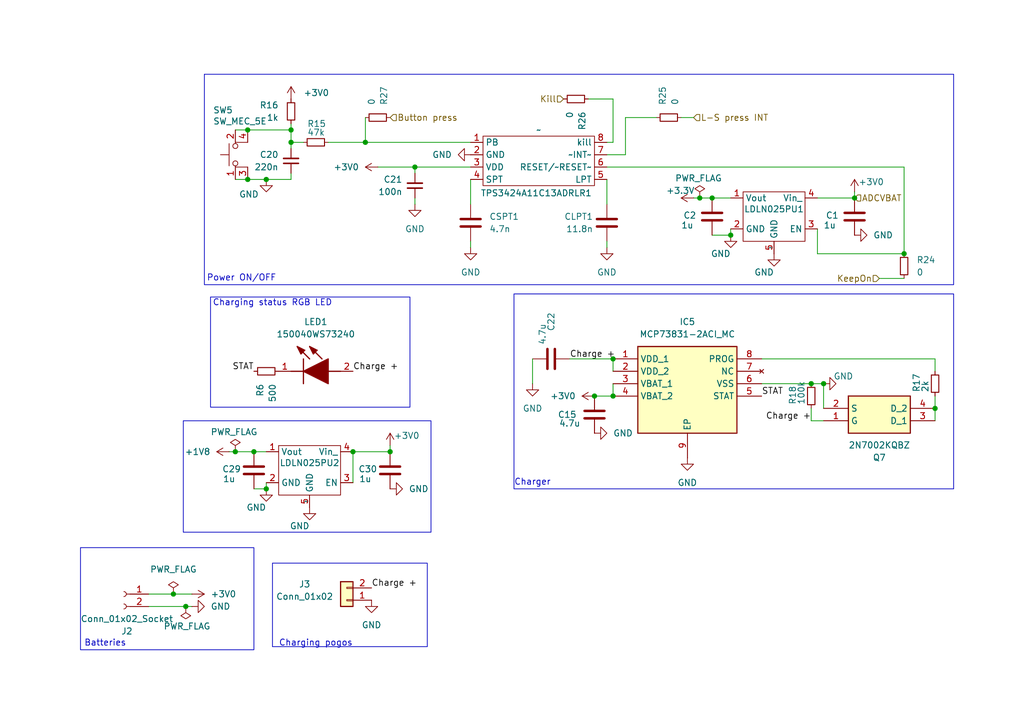
<source format=kicad_sch>
(kicad_sch (version 20250114) (generator "eeschema") (generator_version "9.0")
  (paper "A5")
  (lib_symbols
    (symbol "Connector:Conn_01x02_Socket" (pin_names (offset 1.016) (hide yes))
      (property "Reference" "J" (at 0 2.54 0))
      (property "Value" "Conn_01x02_Socket" (at 0 -5.08 0))
      (symbol "Conn_01x02_Socket_1_1"
        (polyline (pts (xy -1.27 0) (xy -0.508 0)) (stroke (width 0.1524)))
        (polyline (pts (xy -1.27 -2.54) (xy -0.508 -2.54)) (stroke (width 0.1524)))
        (arc (start 0 -0.508) (mid -0.5058 0) (end 0 0.508) (stroke (width 0.1524)))
        (arc (start 0 -3.048) (mid -0.5058 -2.54) (end 0 -2.032) (stroke (width 0.1524)))
        (pin passive line (at -5.08 0 0) (length 3.81) (name "Pin_1") (number "1"))
        (pin passive line (at -5.08 -2.54 0) (length 3.81) (name "Pin_2") (number "2"))
      )
    )
    (symbol "Connector_Generic:Conn_01x02" (pin_names (offset 1.016) (hide yes))
      (property "Reference" "J" (at 0 2.54 0))
      (property "Value" "Conn_01x02" (at 0 -5.08 0))
      (symbol "Conn_01x02_1_1"
        (rectangle (start -1.27 1.27) (end 1.27 -3.81) (stroke (width 0.254)) (fill (type background)))
        (rectangle (start -1.27 0.127) (end 0 -0.127) (stroke (width 0.1524)))
        (rectangle (start -1.27 -2.413) (end 0 -2.667) (stroke (width 0.1524)))
        (pin passive line (at -5.08 0 0) (length 3.81) (name "Pin_1") (number "1"))
        (pin passive line (at -5.08 -2.54 0) (length 3.81) (name "Pin_2") (number "2"))
      )
    )
    (symbol "Device:C" (pin_numbers (hide yes)) (pin_names (offset 0.254))
      (property "Reference" "C" (at 0.635 2.54 0))
      (property "Value" "C" (at 0.635 -2.54 0))
      (symbol "C_0_1"
        (polyline (pts (xy -2.032 0.762) (xy 2.032 0.762)) (stroke (width 0.508)))
        (polyline (pts (xy -2.032 -0.762) (xy 2.032 -0.762)) (stroke (width 0.508)))
      )
      (symbol "C_1_1"
        (pin passive line (at 0 3.81 270) (length 2.794) (name "~") (number "1"))
        (pin passive line (at 0 -3.81 90) (length 2.794) (name "~") (number "2"))
      )
    )
    (symbol "Device:C_Small" (pin_numbers (hide yes)) (pin_names (offset 0.254) (hide yes))
      (property "Reference" "C" (at 0.254 1.778 0))
      (property "Value" "C_Small" (at 0.254 -2.032 0))
      (symbol "C_Small_0_1"
        (polyline (pts (xy -1.524 0.508) (xy 1.524 0.508)) (stroke (width 0.3048)))
        (polyline (pts (xy -1.524 -0.508) (xy 1.524 -0.508)) (stroke (width 0.3302)))
      )
      (symbol "C_Small_1_1"
        (pin passive line (at 0 2.54 270) (length 2.032) (name "~") (number "1"))
        (pin passive line (at 0 -2.54 90) (length 2.032) (name "~") (number "2"))
      )
    )
    (symbol "Device:R_Small" (pin_numbers (hide yes)) (pin_names (offset 0.254) (hide yes))
      (property "Reference" "R" (at 0.762 0.508 0))
      (property "Value" "R_Small" (at 0.762 -1.016 0))
      (symbol "R_Small_0_1"
        (rectangle (start -0.762 1.778) (end 0.762 -1.778) (stroke (width 0.2032)))
      )
      (symbol "R_Small_1_1"
        (pin passive line (at 0 2.54 270) (length 0.762) (name "~") (number "1"))
        (pin passive line (at 0 -2.54 90) (length 0.762) (name "~") (number "2"))
      )
    )
    (symbol "SamacSys_Parts:150040WS73240" (pin_names (hide yes))
      (property "Reference" "LED" (at 12.7 8.89 0))
      (property "Value" "150040WS73240" (at 12.7 6.35 0))
      (symbol "150040WS73240_1_1"
        (polyline (pts (xy 2.54 0) (xy 5.08 0)) (stroke (width 0.254)))
        (polyline (pts (xy 5.08 2.54) (xy 5.08 -2.54)) (stroke (width 0.254)))
        (polyline (pts (xy 5.08 0) (xy 10.16 2.54) (xy 10.16 -2.54) (xy 5.08 0)) (stroke (width 0.254)) (fill (type outline)))
        (polyline (pts (xy 5.334 4.318) (xy 4.572 3.556) (xy 3.81 5.08) (xy 5.334 4.318)) (stroke (width 0.254)) (fill (type outline)))
        (polyline (pts (xy 6.35 2.54) (xy 3.81 5.08)) (stroke (width 0.254)))
        (polyline (pts (xy 7.874 4.318) (xy 7.112 3.556) (xy 6.35 5.08) (xy 7.874 4.318)) (stroke (width 0.254)) (fill (type outline)))
        (polyline (pts (xy 8.89 2.54) (xy 6.35 5.08)) (stroke (width 0.254)))
        (polyline (pts (xy 10.16 0) (xy 12.7 0)) (stroke (width 0.254)))
        (pin passive line (at 0 0 0) (length 2.54) (name "K") (number "1"))
        (pin passive line (at 15.24 0 180) (length 2.54) (name "A") (number "2"))
      )
    )
    (symbol "SamacSys_Parts:2N7002KQBZ"
      (property "Reference" "Q" (at 19.05 7.62 0))
      (property "Value" "2N7002KQBZ" (at 19.05 5.08 0))
      (symbol "2N7002KQBZ_1_1"
        (rectangle (start 5.08 2.54) (end 17.78 -5.08) (stroke (width 0.254)) (fill (type background)))
        (pin passive line (at 0 0 0) (length 5.08) (name "G") (number "1"))
        (pin passive line (at 0 -2.54 0) (length 5.08) (name "S") (number "2"))
        (pin passive line (at 22.86 0 180) (length 5.08) (name "D_1") (number "3"))
        (pin passive line (at 22.86 -2.54 180) (length 5.08) (name "D_2") (number "4"))
      )
    )
    (symbol "SamacSys_Parts:LDLN025PU33R"
      (property "Reference" "LDLN025PU1" (at 0 -1.524 0))
      (property "Value" "~" (at 0.635 6.35 0))
      (symbol "LDLN025PU33R_1_1"
        (rectangle (start -6.35 5.08) (end 6.35 -5.08))
        (pin passive line (at -8.89 2.54 0) (length 2.54) (name "EN") (number "3"))
        (pin passive line (at -8.89 -3.81 0) (length 2.54) (name "Vin_") (number "4"))
        (pin passive line (at 0 7.62 270) (length 2.54) (name "GND") (number "5"))
        (pin passive line (at 8.89 2.54 180) (length 2.54) (name "GND") (number "2"))
        (pin passive line (at 8.89 -3.81 180) (length 2.54) (name "Vout") (number "1"))
      )
    )
    (symbol "SamacSys_Parts:MCP73831-2ACI_MC"
      (property "Reference" "IC" (at 26.67 7.62 0))
      (property "Value" "MCP73831-2ACI_MC" (at 26.67 5.08 0))
      (symbol "MCP73831-2ACI_MC_1_1"
        (rectangle (start 5.08 2.54) (end 25.4 -15.24) (stroke (width 0.254)) (fill (type background)))
        (pin passive line (at 0 0 0) (length 5.08) (name "VDD_1") (number "1"))
        (pin passive line (at 0 -2.54 0) (length 5.08) (name "VDD_2") (number "2"))
        (pin passive line (at 0 -5.08 0) (length 5.08) (name "VBAT_1") (number "3"))
        (pin passive line (at 0 -7.62 0) (length 5.08) (name "VBAT_2") (number "4"))
        (pin passive line (at 15.24 -20.32 90) (length 5.08) (name "EP") (number "9"))
        (pin passive line (at 30.48 0 180) (length 5.08) (name "PROG") (number "8"))
        (pin no_connect line (at 30.48 -2.54 180) (length 5.08) (name "NC") (number "7"))
        (pin passive line (at 30.48 -5.08 180) (length 5.08) (name "VSS") (number "6"))
        (pin passive line (at 30.48 -7.62 180) (length 5.08) (name "STAT") (number "5"))
      )
    )
    (symbol "SamacSys_Parts:TPS3424-8"
      (property "Reference" "TPS3424-8" (at 8.89 4.064 0))
      (symbol "TPS3424-8_0_1"
        (rectangle (start -2.54 5.08) (end 20.32 -5.08))
      )
      (symbol "TPS3424-8_1_1"
        (pin passive line (at -5.08 3.81 0) (length 2.54) (name "PB") (number "1"))
        (pin passive line (at -5.08 1.27 0) (length 2.54) (name "GND") (number "2"))
        (pin passive line (at -5.08 -1.27 0) (length 2.54) (name "VDD") (number "3"))
        (pin passive line (at -5.08 -3.81 0) (length 2.54) (name "SPT") (number "4"))
        (pin passive line (at 22.86 3.81 180) (length 2.54) (name "kill") (number "8"))
        (pin passive line (at 22.86 1.27 180) (length 2.54) (name "~INT~") (number "7"))
        (pin passive line (at 22.86 -1.27 180) (length 2.54) (name "RESET/~RESET~") (number "6"))
        (pin passive line (at 22.86 -3.81 180) (length 2.54) (name "LPT") (number "5"))
      )
    )
    (symbol "Switch:SW_MEC_5E" (pin_names (offset 1.016) (hide yes))
      (property "Reference" "SW5" (at 2.032 -1.27 90))
      (property "Value" "SW_MEC_5E" (at 0 2.794 90))
      (symbol "SW_MEC_5E_0_1"
        (polyline (pts (xy -2.54 0) (xy -2.54 2.54) (xy -2.286 2.54)))
        (polyline (pts (xy -2.286 3.81) (xy 2.286 3.81)))
        (circle (center -1.778 2.54) (radius 0.508))
        (polyline (pts (xy 0 3.81) (xy 0 5.588)))
        (circle (center 1.778 2.54) (radius 0.508))
        (polyline (pts (xy 2.54 0) (xy 2.54 2.54) (xy 2.286 2.54)))
        (pin passive line (at -5.08 2.54 0) (length 2.54) (name "1") (number "1"))
      )
      (symbol "SW_MEC_5E_1_1"
        (pin passive line (at -5.08 0 0) (length 2.54) (name "3") (number "3"))
        (pin passive line (at 5.08 2.54 180) (length 2.54) (name "2") (number "2"))
        (pin passive line (at 5.08 0 180) (length 2.54) (name "4") (number "4"))
      )
    )
    (symbol "power:+1V8" (power) (pin_numbers (hide yes)) (pin_names (offset 0) (hide yes))
      (property "Value" "+1V8" (at 0 3.556 0))
      (symbol "+1V8_0_1"
        (polyline (pts (xy -0.762 1.27) (xy 0 2.54)))
        (polyline (pts (xy 0 2.54) (xy 0.762 1.27)))
        (polyline (pts (xy 0 0) (xy 0 2.54)))
      )
      (symbol "+1V8_1_1"
        (pin power_in line (at 0 0 90) (length 0) (name "~") (number "1"))
      )
    )
    (symbol "power:+3.3V" (power) (pin_numbers (hide yes)) (pin_names (offset 0) (hide yes))
      (property "Value" "+3.3V" (at 0 3.556 0))
      (symbol "+3.3V_0_1"
        (polyline (pts (xy -0.762 1.27) (xy 0 2.54)))
        (polyline (pts (xy 0 2.54) (xy 0.762 1.27)))
        (polyline (pts (xy 0 0) (xy 0 2.54)))
      )
      (symbol "+3.3V_1_1"
        (pin power_in line (at 0 0 90) (length 0) (name "~") (number "1"))
      )
    )
    (symbol "power:+3V0" (power) (pin_numbers (hide yes)) (pin_names (offset 0) (hide yes))
      (property "Value" "+3V0" (at 0 3.556 0))
      (symbol "+3V0_0_1"
        (polyline (pts (xy -0.762 1.27) (xy 0 2.54)))
        (polyline (pts (xy 0 2.54) (xy 0.762 1.27)))
        (polyline (pts (xy 0 0) (xy 0 2.54)))
      )
      (symbol "+3V0_1_1"
        (pin power_in line (at 0 0 90) (length 0) (name "~") (number "1"))
      )
    )
    (symbol "power:GND" (power) (pin_numbers (hide yes)) (pin_names (offset 0) (hide yes))
      (property "Value" "GND" (at 0 -3.81 0))
      (symbol "GND_0_1"
        (polyline (pts (xy 0 0) (xy 0 -1.27) (xy 1.27 -1.27) (xy 0 -2.54) (xy -1.27 -1.27) (xy 0 -1.27)))
      )
      (symbol "GND_1_1"
        (pin power_in line (at 0 0 270) (length 0) (name "~") (number "1"))
      )
    )
    (symbol "power:PWR_FLAG" (power) (pin_numbers (hide yes)) (pin_names (offset 0) (hide yes))
      (property "Value" "PWR_FLAG" (at 0 3.81 0))
      (symbol "PWR_FLAG_0_0"
        (pin power_out line (at 0 0 90) (length 0) (name "~") (number "1"))
      )
      (symbol "PWR_FLAG_0_1"
        (polyline (pts (xy 0 0) (xy 0 1.27) (xy -1.016 1.905) (xy 0 2.54) (xy 1.016 1.905) (xy 0 1.27)))
      )
    )
  )
  (rectangle (start 55.88 115.57) (end 87.63 132.715))
  (rectangle (start 37.592 86.36) (end 88.392 109.22))
  (rectangle (start 43.18 60.96) (end 84.074 83.566))
  (rectangle (start 41.91 15.24) (end 195.58 58.42))
  (rectangle (start 105.41 60.325) (end 195.58 100.33))
  (rectangle (start 16.51 112.395) (end 52.07 133.35))
  (text "Charging pogos" (at 64.77 132.08 0) (effects (font (size 1.27 1.27))))
  (text "Charging status RGB LED" (at 55.88 62.23 0) (effects (font (size 1.27 1.27))))
  (text "Charger" (at 109.22 99.06 0) (effects (font (size 1.27 1.27))))
  (text "Batteries" (at 21.59 132.08 0) (effects (font (size 1.27 1.27))))
  (text "Power ON/OFF" (at 49.53 57.15 0) (effects (font (size 1.27 1.27))))
  (junction (at 146.05 40.64))
  (junction (at 121.92 81.28))
  (junction (at 50.8 26.67))
  (junction (at 48.26 92.71))
  (junction (at 59.69 26.67))
  (junction (at 149.86 48.26))
  (junction (at 191.77 83.82))
  (junction (at 54.61 36.83))
  (junction (at 175.26 40.64))
  (junction (at 125.73 73.66))
  (junction (at 166.37 78.74))
  (junction (at 74.93 29.21))
  (junction (at 80.01 92.71))
  (junction (at 185.42 52.07))
  (junction (at 59.69 29.21))
  (junction (at 85.09 34.29))
  (junction (at 54.61 100.33))
  (junction (at 35.56 121.92))
  (junction (at 52.07 92.71))
  (junction (at 72.39 92.71))
  (junction (at 38.1 124.46))
  (junction (at 143.51 40.64))
  (junction (at 125.73 81.28))
  (junction (at 50.8 36.83))
  (junction (at 168.91 78.74))
  (wire (pts (xy 50.8 36.83) (xy 54.61 36.83)))
  (wire (pts (xy 124.46 41.91) (xy 124.46 36.83)))
  (wire (pts (xy 128.27 31.75) (xy 124.46 31.75)))
  (wire (pts (xy 139.7 24.13) (xy 142.24 24.13)))
  (wire (pts (xy 80.01 92.71) (xy 80.01 91.44)))
  (wire (pts (xy 124.46 34.29) (xy 185.42 34.29)))
  (wire (pts (xy 77.47 34.29) (xy 85.09 34.29)))
  (wire (pts (xy 72.39 92.71) (xy 80.01 92.71)))
  (wire (pts (xy 48.26 36.83) (xy 50.8 36.83)))
  (wire (pts (xy 48.26 26.67) (xy 50.8 26.67)))
  (wire (pts (xy 39.37 124.46) (xy 38.1 124.46)))
  (wire (pts (xy 85.09 34.29) (xy 85.09 35.56)))
  (wire (pts (xy 146.05 48.26) (xy 149.86 48.26)))
  (wire (pts (xy 96.52 50.8) (xy 96.52 49.53)))
  (wire (pts (xy 146.05 40.64) (xy 149.86 40.64)))
  (wire (pts (xy 167.64 40.64) (xy 175.26 40.64)))
  (wire (pts (xy 48.26 92.71) (xy 52.07 92.71)))
  (wire (pts (xy 180.34 57.15) (xy 185.42 57.15)))
  (wire (pts (xy 175.26 40.64) (xy 175.26 39.37)))
  (wire (pts (xy 52.07 100.33) (xy 54.61 100.33)))
  (wire (pts (xy 121.92 81.28) (xy 125.73 81.28)))
  (wire (pts (xy 149.86 48.26) (xy 149.86 46.99)))
  (wire (pts (xy 59.69 26.67) (xy 59.69 29.21)))
  (wire (pts (xy 191.77 73.66) (xy 156.21 73.66)))
  (wire (pts (xy 54.61 100.33) (xy 54.61 99.06)))
  (wire (pts (xy 67.31 29.21) (xy 74.93 29.21)))
  (wire (pts (xy 128.27 24.13) (xy 128.27 31.75)))
  (wire (pts (xy 191.77 81.28) (xy 191.77 83.82)))
  (wire (pts (xy 185.42 34.29) (xy 185.42 52.07)))
  (wire (pts (xy 156.21 78.74) (xy 166.37 78.74)))
  (wire (pts (xy 30.48 124.46) (xy 38.1 124.46)))
  (wire (pts (xy 116.84 73.66) (xy 125.73 73.66)))
  (wire (pts (xy 96.52 41.91) (xy 96.52 36.83)))
  (wire (pts (xy 30.48 121.92) (xy 35.56 121.92)))
  (wire (pts (xy 191.77 76.2) (xy 191.77 73.66)))
  (wire (pts (xy 167.64 52.07) (xy 185.42 52.07)))
  (wire (pts (xy 166.37 83.82) (xy 166.37 86.36)))
  (wire (pts (xy 52.07 92.71) (xy 54.61 92.71)))
  (wire (pts (xy 168.91 78.74) (xy 168.91 83.82)))
  (wire (pts (xy 59.69 35.56) (xy 59.69 36.83)))
  (wire (pts (xy 125.73 78.74) (xy 125.73 81.28)))
  (wire (pts (xy 85.09 41.91) (xy 85.09 40.64)))
  (wire (pts (xy 46.99 92.71) (xy 48.26 92.71)))
  (wire (pts (xy 142.24 40.64) (xy 143.51 40.64)))
  (wire (pts (xy 72.39 92.71) (xy 72.39 99.06)))
  (wire (pts (xy 125.73 29.21) (xy 124.46 29.21)))
  (wire (pts (xy 143.51 40.64) (xy 146.05 40.64)))
  (wire (pts (xy 35.56 121.92) (xy 39.37 121.92)))
  (wire (pts (xy 85.09 34.29) (xy 96.52 34.29)))
  (wire (pts (xy 166.37 78.74) (xy 168.91 78.74)))
  (wire (pts (xy 166.37 86.36) (xy 168.91 86.36)))
  (wire (pts (xy 191.77 83.82) (xy 191.77 86.36)))
  (wire (pts (xy 125.73 20.32) (xy 125.73 29.21)))
  (wire (pts (xy 167.64 52.07) (xy 167.64 46.99)))
  (wire (pts (xy 54.61 36.83) (xy 59.69 36.83)))
  (wire (pts (xy 109.22 73.66) (xy 109.22 78.74)))
  (wire (pts (xy 120.65 20.32) (xy 125.73 20.32)))
  (wire (pts (xy 59.69 25.4) (xy 59.69 26.67)))
  (wire (pts (xy 59.69 29.21) (xy 59.69 30.48)))
  (wire (pts (xy 128.27 24.13) (xy 134.62 24.13)))
  (wire (pts (xy 59.69 29.21) (xy 62.23 29.21)))
  (wire (pts (xy 74.93 24.13) (xy 74.93 29.21)))
  (wire (pts (xy 124.46 50.8) (xy 124.46 49.53)))
  (wire (pts (xy 125.73 73.66) (xy 125.73 76.2)))
  (wire (pts (xy 50.8 26.67) (xy 59.69 26.67)))
  (wire (pts (xy 74.93 29.21) (xy 96.52 29.21)))
  (label "Charge +" (at 76.2 120.65 0))
  (label "Charge +" (at 166.37 86.36 180))
  (label "STAT" (at 156.21 81.28 0))
  (label "Charge +" (at 116.84 73.66 0))
  (label "Charge +" (at 72.39 76.2 0))
  (label "STAT" (at 52.07 76.2 180))
  (hierarchical_label "Kill" (shape input) (at 115.57 20.32 180))
  (hierarchical_label "ADCVBAT" (shape input) (at 175.26 40.64 0))
  (hierarchical_label "L-S press INT" (shape input) (at 142.24 24.13 0))
  (hierarchical_label "Button press" (shape input) (at 80.01 24.13 0))
  (hierarchical_label "KeepOn" (shape input) (at 180.34 57.15 180))
  (symbol (lib_id "Device:R_Small") (at 64.77 29.21 90) (mirror x) (unit 1)
    (property "Reference" "R15" (at 62.992 25.4 90) (effects (justify right)))
    (property "Value" "47k" (at 62.992 27.178 90) (effects (justify right)))
    (property "Footprint" "Resistor_SMD:R_0201_0603Metric" (effects (hide yes)))
    (property "Description" "Resistor, small symbol" (effects (hide yes)))
  )
  (symbol (lib_id "power:PWR_FLAG") (at 38.1 124.46 0) (mirror x) (unit 1)
    (property "Reference" "#FLG03" (effects (hide yes)))
    (property "Value" "PWR_FLAG" (at 33.528 128.524 0) (effects (justify left)))
    (property "Description" "Special symbol for telling ERC where power comes from" (effects (hide yes)))
  )
  (symbol (lib_id "power:GND") (at 80.01 100.33 90) (unit 1)
    (property "Reference" "#PWR075" (effects (hide yes)))
    (property "Value" "GND" (at 83.82 100.3301 90) (effects (justify right)))
    (property "Description" "Power symbol creates a global label with name \"GND\" , ground" (effects (hide yes)))
  )
  (symbol (lib_id "Device:R_Small") (at 54.61 76.2 90) (unit 1)
    (property "Reference" "R6" (at 53.3399 78.74 0) (effects (justify right)))
    (property "Value" "500" (at 55.8799 78.74 0) (effects (justify right)))
    (property "Footprint" "Resistor_SMD:R_0201_0603Metric" (effects (hide yes)))
    (property "Description" "Resistor, small symbol" (effects (hide yes)))
  )
  (symbol (lib_id "power:GND") (at 121.92 88.9 90) (unit 1)
    (property "Reference" "#PWR030" (effects (hide yes)))
    (property "Value" "GND" (at 125.73 88.8999 90) (effects (justify right)))
    (property "Description" "Power symbol creates a global label with name \"GND\" , ground" (effects (hide yes)))
  )
  (symbol (lib_id "Device:R_Small") (at 137.16 24.13 90) (mirror x) (unit 1)
    (property "Reference" "R25" (at 135.8899 21.59 0) (effects (justify right)))
    (property "Value" "0" (at 138.4299 21.59 0) (effects (justify right)))
    (property "Footprint" "Resistor_SMD:R_0201_0603Metric" (effects (hide yes)))
    (property "Description" "Resistor, small symbol" (effects (hide yes)))
  )
  (symbol (lib_id "Device:C") (at 146.05 44.45 0) (mirror y) (unit 1)
    (property "Reference" "C2" (at 141.478 44.196 0))
    (property "Value" "1u" (at 140.97 46.228 0))
    (property "Footprint" "Capacitor_SMD:C_0402_1005Metric" (effects (hide yes)))
    (property "Description" "Unpolarized capacitor" (effects (hide yes)))
  )
  (symbol (lib_id "Device:R_Small") (at 166.37 81.28 0) (mirror x) (unit 1)
    (property "Reference" "R18" (at 162.56 83.058 90) (effects (justify right)))
    (property "Value" "100k" (at 164.338 83.058 90) (effects (justify right)))
    (property "Footprint" "Resistor_SMD:R_0201_0603Metric" (effects (hide yes)))
    (property "Description" "Resistor, small symbol" (effects (hide yes)))
  )
  (symbol (lib_id "power:GND") (at 96.52 50.8 0) (unit 1)
    (property "Reference" "#PWR024" (effects (hide yes)))
    (property "Value" "GND" (at 96.52 55.88 0))
    (property "Description" "Power symbol creates a global label with name \"GND\" , ground" (effects (hide yes)))
  )
  (symbol (lib_id "power:GND") (at 168.91 78.74 90) (unit 1)
    (property "Reference" "#PWR023" (effects (hide yes)))
    (property "Value" "GND" (at 172.974 77.216 90))
    (property "Description" "Power symbol creates a global label with name \"GND\" , ground" (effects (hide yes)))
  )
  (symbol (lib_id "Switch:SW_MEC_5E") (at 50.8 31.75 90) (unit 1)
    (property "Reference" "SW5" (at 43.688 22.606 90) (effects (justify right)))
    (property "Value" "SW_MEC_5E" (at 43.688 24.892 90) (effects (justify right)))
    (property "Footprint" "SamacSys_Parts:Wurth side button 434331013822" (effects (hide yes)))
    (property "Datasheet" "https://www.we-online.com/components/products/datasheet/434331045822.pdf" (effects (hide yes)))
    (property "Description" "MEC 5E single pole normally-open tactile switch" (effects (hide yes)))
  )
  (symbol (lib_id "power:GND") (at 54.61 36.83 0) (unit 1)
    (property "Reference" "#PWR027" (effects (hide yes)))
    (property "Value" "GND" (at 51.054 39.878 0))
    (property "Description" "Power symbol creates a global label with name \"GND\" , ground" (effects (hide yes)))
  )
  (symbol (lib_id "Device:R_Small") (at 185.42 54.61 0) (mirror y) (unit 1)
    (property "Reference" "R24" (at 187.96 53.3399 0) (effects (justify right)))
    (property "Value" "0" (at 187.96 55.8799 0) (effects (justify right)))
    (property "Footprint" "Resistor_SMD:R_0201_0603Metric" (effects (hide yes)))
    (property "Description" "Resistor, small symbol" (effects (hide yes)))
  )
  (symbol (lib_id "power:GND") (at 109.22 78.74 0) (unit 1)
    (property "Reference" "#PWR029" (effects (hide yes)))
    (property "Value" "GND" (at 109.22 83.82 0))
    (property "Description" "Power symbol creates a global label with name \"GND\" , ground" (effects (hide yes)))
  )
  (symbol (lib_id "power:+3V0") (at 59.69 20.32 0) (unit 1)
    (property "Reference" "#PWRr0108" (effects (hide yes)))
    (property "Value" "+3V0" (at 62.23 19.0499 0) (effects (justify left)))
    (property "Description" "Power symbol creates a global label with name \"+3V0\"" (effects (hide yes)))
  )
  (symbol (lib_id "Device:C") (at 96.52 45.72 180) (unit 1)
    (property "Reference" "CSPT1" (at 100.33 44.4499 0) (effects (justify right)))
    (property "Value" "4.7n" (at 100.33 46.9899 0) (effects (justify right)))
    (property "Footprint" "Capacitor_SMD:C_0201_0603Metric" (effects (hide yes)))
    (property "Description" "Unpolarized capacitor" (effects (hide yes)))
  )
  (symbol (lib_id "power:+3V0") (at 175.26 39.37 0) (unit 1)
    (property "Reference" "#PWRr01" (effects (hide yes)))
    (property "Value" "+3V0" (at 176.022 37.338 0) (effects (justify left)))
    (property "Description" "Power symbol creates a global label with name \"+3V0\"" (effects (hide yes)))
  )
  (symbol (lib_id "SamacSys_Parts:150040WS73240") (at 57.15 76.2 0) (unit 1)
    (property "Reference" "LED1" (at 64.77 66.04 0))
    (property "Value" "150040WS73240" (at 64.77 68.58 0))
    (property "Footprint" "150040WS73240" (effects (hide yes)))
    (property "Datasheet" "https://www.we-online.com/components/products/datasheet/150040WS73240.pdf" (effects (hide yes)))
    (property "Description" "White LED Indication - Discrete 2.8V 0402 (1005 Metric)" (effects (hide yes)))
    (property "Height" "0.53" (effects (hide yes)))
    (property "Manufacturer_Name" "Wurth Elektronik" (effects (hide yes)))
    (property "Manufacturer_Part_Number" "150040WS73240" (effects (hide yes)))
    (property "Mouser Part Number" "710-150040WS73240" (effects (hide yes)))
    (property "Mouser Price/Stock" "https://www.mouser.co.uk/ProductDetail/Wurth-Elektronik/150040WS73240?qs=Vi0JKjFBtYk6FEJ93ljXOA%3D%3D" (effects (hide yes)))
  )
  (symbol (lib_id "power:+3V0") (at 39.37 121.92 270) (unit 1)
    (property "Reference" "#PWRr0101" (effects (hide yes)))
    (property "Value" "+3V0" (at 43.18 121.9199 90) (effects (justify left)))
    (property "Description" "Power symbol creates a global label with name \"+3V0\"" (effects (hide yes)))
  )
  (symbol (lib_id "power:PWR_FLAG") (at 143.51 40.64 0) (mirror y) (unit 1)
    (property "Reference" "#FLG01" (effects (hide yes)))
    (property "Value" "PWR_FLAG" (at 148.082 36.576 0) (effects (justify left)))
    (property "Description" "Special symbol for telling ERC where power comes from" (effects (hide yes)))
  )
  (symbol (lib_id "Device:C_Small") (at 59.69 33.02 0) (mirror x) (unit 1)
    (property "Reference" "C20" (at 57.15 31.7435 0) (effects (justify right)))
    (property "Value" "220n" (at 57.15 34.2835 0) (effects (justify right)))
    (property "Footprint" "Capacitor_SMD:C_0201_0603Metric" (effects (hide yes)))
    (property "Description" "Unpolarized capacitor, small symbol" (effects (hide yes)))
  )
  (symbol (lib_id "Device:C") (at 52.07 96.52 0) (mirror y) (unit 1)
    (property "Reference" "C29" (at 47.498 96.266 0))
    (property "Value" "1u" (at 46.99 98.298 0))
    (property "Footprint" "Capacitor_SMD:C_0402_1005Metric" (effects (hide yes)))
    (property "Description" "Unpolarized capacitor" (effects (hide yes)))
  )
  (symbol (lib_id "power:GND") (at 124.46 50.8 0) (unit 1)
    (property "Reference" "#PWR025" (effects (hide yes)))
    (property "Value" "GND" (at 124.46 55.88 0))
    (property "Description" "Power symbol creates a global label with name \"GND\" , ground" (effects (hide yes)))
  )
  (symbol (lib_id "power:+3V0") (at 80.01 91.44 0) (unit 1)
    (property "Reference" "#PWRr02" (effects (hide yes)))
    (property "Value" "+3V0" (at 80.772 89.408 0) (effects (justify left)))
    (property "Description" "Power symbol creates a global label with name \"+3V0\"" (effects (hide yes)))
  )
  (symbol (lib_id "Device:C") (at 113.03 73.66 270) (mirror x) (unit 1)
    (property "Reference" "C22" (at 113.03 66.04 0))
    (property "Value" "4.7u" (at 111.252 68.58 0))
    (property "Footprint" "Capacitor_SMD:C_0402_1005Metric" (effects (hide yes)))
    (property "Description" "Unpolarized capacitor" (effects (hide yes)))
  )
  (symbol (lib_id "power:GND") (at 149.86 48.26 0) (unit 1)
    (property "Reference" "#PWR034" (effects (hide yes)))
    (property "Value" "GND" (at 149.8599 52.07 0) (effects (justify right)))
    (property "Description" "Power symbol creates a global label with name \"GND\" , ground" (effects (hide yes)))
  )
  (symbol (lib_id "power:GND") (at 63.5 104.14 0) (unit 1)
    (property "Reference" "#PWR074" (effects (hide yes)))
    (property "Value" "GND" (at 63.4999 107.95 0) (effects (justify right)))
    (property "Description" "Power symbol creates a global label with name \"GND\" , ground" (effects (hide yes)))
  )
  (symbol (lib_id "SamacSys_Parts:LDLN025PU33R") (at 158.75 44.45 180) (unit 1)
    (property "Reference" "LDLN025PU1" (at 158.75 42.926 0))
    (property "Value" "~" (at 158.115 50.8 0))
    (property "Footprint" "Package_DFN_QFN:OnSemi_XDFN4-1EP_1.0x1.0mm_EP0.52x0.52mm" (effects (hide yes)))
  )
  (symbol (lib_id "power:GND") (at 76.2 123.19 0) (unit 1)
    (property "Reference" "#PWR031" (effects (hide yes)))
    (property "Value" "GND" (at 76.2 128.27 0))
    (property "Description" "Power symbol creates a global label with name \"GND\" , ground" (effects (hide yes)))
  )
  (symbol (lib_id "power:PWR_FLAG") (at 48.26 92.71 0) (mirror y) (unit 1)
    (property "Reference" "#FLG04" (effects (hide yes)))
    (property "Value" "PWR_FLAG" (at 52.832 88.646 0) (effects (justify left)))
    (property "Description" "Special symbol for telling ERC where power comes from" (effects (hide yes)))
  )
  (symbol (lib_id "Device:R_Small") (at 191.77 78.74 0) (mirror x) (unit 1)
    (property "Reference" "R17" (at 187.96 80.518 90) (effects (justify right)))
    (property "Value" "2k" (at 189.738 80.518 90) (effects (justify right)))
    (property "Footprint" "Resistor_SMD:R_0201_0603Metric" (effects (hide yes)))
    (property "Description" "Resistor, small symbol" (effects (hide yes)))
  )
  (symbol (lib_id "Device:C") (at 80.01 96.52 0) (mirror y) (unit 1)
    (property "Reference" "C30" (at 75.438 96.266 0))
    (property "Value" "1u" (at 74.93 98.298 0))
    (property "Footprint" "Capacitor_SMD:C_0402_1005Metric" (effects (hide yes)))
    (property "Description" "Unpolarized capacitor" (effects (hide yes)))
  )
  (symbol (lib_id "power:GND") (at 96.52 31.75 270) (unit 1)
    (property "Reference" "#PWR021" (effects (hide yes)))
    (property "Value" "GND" (at 92.71 31.7499 90) (effects (justify right)))
    (property "Description" "Power symbol creates a global label with name \"GND\" , ground" (effects (hide yes)))
  )
  (symbol (lib_id "power:GND") (at 54.61 100.33 0) (unit 1)
    (property "Reference" "#PWR073" (effects (hide yes)))
    (property "Value" "GND" (at 54.6099 104.14 0) (effects (justify right)))
    (property "Description" "Power symbol creates a global label with name \"GND\" , ground" (effects (hide yes)))
  )
  (symbol (lib_id "Device:R_Small") (at 77.47 24.13 270) (unit 1)
    (property "Reference" "R27" (at 78.7401 21.59 0) (effects (justify right)))
    (property "Value" "0" (at 76.2001 21.59 0) (effects (justify right)))
    (property "Footprint" "Resistor_SMD:R_0201_0603Metric" (effects (hide yes)))
    (property "Description" "Resistor, small symbol" (effects (hide yes)))
  )
  (symbol (lib_id "SamacSys_Parts:LDLN025PU33R") (at 63.5 96.52 180) (unit 1)
    (property "Reference" "LDLN025PU2" (at 63.5 94.996 0))
    (property "Value" "~" (at 62.865 102.87 0))
    (property "Footprint" "Package_DFN_QFN:OnSemi_XDFN4-1EP_1.0x1.0mm_EP0.52x0.52mm" (effects (hide yes)))
  )
  (symbol (lib_id "power:GND") (at 175.26 48.26 90) (unit 1)
    (property "Reference" "#PWR02" (effects (hide yes)))
    (property "Value" "GND" (at 179.07 48.2601 90) (effects (justify right)))
    (property "Description" "Power symbol creates a global label with name \"GND\" , ground" (effects (hide yes)))
  )
  (symbol (lib_id "power:GND") (at 140.97 93.98 0) (unit 1)
    (property "Reference" "#PWR028" (effects (hide yes)))
    (property "Value" "GND" (at 140.97 99.06 0))
    (property "Description" "Power symbol creates a global label with name \"GND\" , ground" (effects (hide yes)))
  )
  (symbol (lib_id "Device:R_Small") (at 59.69 22.86 0) (unit 1)
    (property "Reference" "R16" (at 57.15 21.5899 0) (effects (justify right)))
    (property "Value" "1k" (at 57.15 24.1299 0) (effects (justify right)))
    (property "Footprint" "Resistor_SMD:R_0201_0603Metric" (effects (hide yes)))
    (property "Description" "Resistor, small symbol" (effects (hide yes)))
  )
  (symbol (lib_id "Device:C") (at 121.92 85.09 0) (mirror y) (unit 1)
    (property "Reference" "C15" (at 116.332 85.09 0))
    (property "Value" "4.7u" (at 116.84 86.868 0))
    (property "Footprint" "Capacitor_SMD:C_0402_1005Metric" (effects (hide yes)))
    (property "Description" "Unpolarized capacitor" (effects (hide yes)))
  )
  (symbol (lib_id "Device:R_Small") (at 118.11 20.32 270) (mirror x) (unit 1)
    (property "Reference" "R26" (at 119.3801 22.86 0) (effects (justify right)))
    (property "Value" "0" (at 116.8401 22.86 0) (effects (justify right)))
    (property "Footprint" "Resistor_SMD:R_0201_0603Metric" (effects (hide yes)))
    (property "Description" "Resistor, small symbol" (effects (hide yes)))
  )
  (symbol (lib_id "power:+3V0") (at 121.92 81.28 90) (unit 1)
    (property "Reference" "#PWRr0102" (effects (hide yes)))
    (property "Value" "+3V0" (at 118.11 81.2799 90) (effects (justify left)))
    (property "Description" "Power symbol creates a global label with name \"+3V0\"" (effects (hide yes)))
  )
  (symbol (lib_id "power:+3.3V") (at 142.24 40.64 90) (unit 1)
    (property "Reference" "#PWR035" (effects (hide yes)))
    (property "Value" "+3.3V" (at 142.494 39.116 90) (effects (justify left)))
    (property "Description" "Power symbol creates a global label with name \"+3.3V\"" (effects (hide yes)))
  )
  (symbol (lib_id "power:GND") (at 85.09 41.91 0) (unit 1)
    (property "Reference" "#PWR049" (effects (hide yes)))
    (property "Value" "GND" (at 85.09 46.99 0))
    (property "Description" "Power symbol creates a global label with name \"GND\" , ground" (effects (hide yes)))
  )
  (symbol (lib_id "power:+1V8") (at 46.99 92.71 90) (unit 1)
    (property "Reference" "#PWR072" (effects (hide yes)))
    (property "Value" "+1V8" (at 43.18 92.7099 90) (effects (justify left)))
    (property "Description" "Power symbol creates a global label with name \"+1V8\"" (effects (hide yes)))
  )
  (symbol (lib_id "Device:C") (at 175.26 44.45 0) (mirror y) (unit 1)
    (property "Reference" "C1" (at 170.688 44.196 0))
    (property "Value" "1u" (at 170.18 46.228 0))
    (property "Footprint" "Capacitor_SMD:C_0402_1005Metric" (effects (hide yes)))
    (property "Description" "Unpolarized capacitor" (effects (hide yes)))
  )
  (symbol (lib_id "Device:C") (at 124.46 45.72 0) (mirror x) (unit 1)
    (property "Reference" "CLPT1" (at 121.666 44.45 0) (effects (justify right)))
    (property "Value" "11.8n" (at 121.666 46.99 0) (effects (justify right)))
    (property "Footprint" "Capacitor_SMD:C_0201_0603Metric" (effects (hide yes)))
    (property "Description" "Unpolarized capacitor" (effects (hide yes)))
  )
  (symbol (lib_id "Connector:Conn_01x02_Socket") (at 25.4 121.92 0) (mirror y) (unit 1)
    (property "Reference" "J2" (at 26.035 129.54 0))
    (property "Value" "Conn_01x02_Socket" (at 26.035 127 0))
    (property "Footprint" "SamacSys_Parts:Battery 36mm watch" (effects (hide yes)))
    (property "Description" "Generic connector, single row, 01x02, script generated" (effects (hide yes)))
  )
  (symbol (lib_id "SamacSys_Parts:MCP73831-2ACI_MC") (at 125.73 73.66 0) (unit 1)
    (property "Reference" "IC5" (at 140.97 66.04 0))
    (property "Value" "MCP73831-2ACI_MC" (at 140.97 68.58 0))
    (property "Footprint" "SamacSys_Parts:SON50P300X200X100-9N-D" (effects (hide yes)))
    (property "Datasheet" "https://datasheet.datasheetarchive.com/originals/distributors/SFDatasheet-4/sf-00090108.pdf" (effects (hide yes)))
    (property "Description" "Microchip MCP73831-2ACI/MC, Battery Charge Controller Lithium-Ion, Lithium-Polymer, 8-pin DFN" (effects (hide yes)))
    (property "Height" "1" (effects (hide yes)))
    (property "Manufacturer_Name" "Microchip" (effects (hide yes)))
    (property "Manufacturer_Part_Number" "MCP73831-2ACI/MC" (effects (hide yes)))
    (property "Mouser Part Number" "579-MCP73831-2ACI/MC" (effects (hide yes)))
    (property "Mouser Price/Stock" "https://www.mouser.co.uk/ProductDetail/Microchip-Technology/MCP73831-2ACI-MC?qs=hH%252BOa0VZEiBneYTVdpuVdg%3D%3D" (effects (hide yes)))
    (property "Arrow Part Number" "MCP73831-2ACI/MC" (effects (hide yes)))
    (property "Arrow Price/Stock" "https://www.arrow.com/en/products/mcp73831-2acimc/microchip-technology?region=nac" (effects (hide yes)))
  )
  (symbol (lib_id "SamacSys_Parts:2N7002KQBZ") (at 168.91 86.36 0) (mirror x) (unit 1)
    (property "Reference" "Q7" (at 180.34 93.9042 0))
    (property "Value" "2N7002KQBZ" (at 180.34 91.3642 0))
    (property "Footprint" "SamacSys_Parts:2N7002KQBZ" (effects (hide yes)))
    (property "Datasheet" "https://assets.nexperia.com/documents/data-sheet/2N7002KQB.pdf" (effects (hide yes)))
    (property "Description" "N-Channel 60 V 720mA (Ta) 420mW (Ta), 4.2W (Tc) Surface Mount, Wettable Flank DFN1110D-3" (effects (hide yes)))
    (property "Height" "0.5" (effects (hide yes)))
    (property "Manufacturer_Name" "Nexperia" (effects (hide yes)))
    (property "Manufacturer_Part_Number" "2N7002KQBZ" (effects (hide yes)))
    (property "Mouser Part Number" "771-2N7002KQBZ" (effects (hide yes)))
    (property "Mouser Price/Stock" "https://www.mouser.co.uk/ProductDetail/Nexperia/2N7002KQBZ?qs=A6eO%252BMLsxmQEVgBEiM5VjQ%3D%3D" (effects (hide yes)))
    (property "Arrow Part Number" "2N7002KQBZ" (effects (hide yes)))
    (property "Arrow Price/Stock" "https://www.arrow.com/en/products/2n7002kqbz/nexperia?utm_currency=USD&region=nac" (effects (hide yes)))
  )
  (symbol (lib_id "Device:C_Small") (at 85.09 38.1 0) (mirror x) (unit 1)
    (property "Reference" "C21" (at 82.55 36.8235 0) (effects (justify right)))
    (property "Value" "100n" (at 82.55 39.3635 0) (effects (justify right)))
    (property "Footprint" "Capacitor_SMD:C_0201_0603Metric" (effects (hide yes)))
    (property "Description" "Unpolarized capacitor, small symbol" (effects (hide yes)))
  )
  (symbol (lib_id "SamacSys_Parts:TPS3424-8") (at 101.6 33.02 0) (unit 1)
    (property "Reference" "TPS3424A11C13ADRLR1" (at 109.982 39.624 0))
    (property "Value" "~" (at 110.49 26.67 0))
    (property "Footprint" "Package_TO_SOT_SMD:SOT-583-8" (effects (hide yes)))
    (property "Datasheet" "https://www.ti.com/lit/ds/symlink/tps3424.pdf?ts=1759078673011" (effects (hide yes)))
  )
  (symbol (lib_id "power:GND") (at 39.37 124.46 90) (mirror x) (unit 1)
    (property "Reference" "#PWR08" (effects (hide yes)))
    (property "Value" "GND" (at 43.18 124.4601 90) (effects (justify right)))
    (property "Description" "Power symbol creates a global label with name \"GND\" , ground" (effects (hide yes)))
  )
  (symbol (lib_id "power:GND") (at 158.75 52.07 0) (unit 1)
    (property "Reference" "#PWR043" (effects (hide yes)))
    (property "Value" "GND" (at 158.7499 55.88 0) (effects (justify right)))
    (property "Description" "Power symbol creates a global label with name \"GND\" , ground" (effects (hide yes)))
  )
  (symbol (lib_id "power:+3V0") (at 77.47 34.29 90) (unit 1)
    (property "Reference" "#PWRr0104" (effects (hide yes)))
    (property "Value" "+3V0" (at 73.66 34.2899 90) (effects (justify left)))
    (property "Description" "Power symbol creates a global label with name \"+3V0\"" (effects (hide yes)))
  )
  (symbol (lib_id "power:PWR_FLAG") (at 35.56 121.92 0) (unit 1)
    (property "Reference" "#FLG02" (effects (hide yes)))
    (property "Value" "PWR_FLAG" (at 35.56 116.84 0))
    (property "Description" "Special symbol for telling ERC where power comes from" (effects (hide yes)))
  )
  (symbol (lib_id "Connector_Generic:Conn_01x02") (at 71.12 123.19 180) (unit 1)
    (property "Reference" "J3" (at 62.484 119.888 0))
    (property "Value" "Conn_01x02" (at 62.484 122.428 0))
    (property "Footprint" "SamacSys_Parts:Battery pogo pins" (effects (hide yes)))
    (property "Description" "Generic connector, single row, 01x02, script generated (kicad-library-utils/schlib/autogen/connector/)" (effects (hide yes)))
  )
)
</source>
